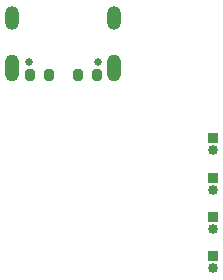
<source format=gbr>
%TF.GenerationSoftware,KiCad,Pcbnew,9.0.6*%
%TF.CreationDate,2025-12-26T02:16:26-08:00*%
%TF.ProjectId,NVG Monocular,4e564720-4d6f-46e6-9f63-756c61722e6b,rev?*%
%TF.SameCoordinates,Original*%
%TF.FileFunction,Soldermask,Bot*%
%TF.FilePolarity,Negative*%
%FSLAX46Y46*%
G04 Gerber Fmt 4.6, Leading zero omitted, Abs format (unit mm)*
G04 Created by KiCad (PCBNEW 9.0.6) date 2025-12-26 02:16:26*
%MOMM*%
%LPD*%
G01*
G04 APERTURE LIST*
G04 Aperture macros list*
%AMRoundRect*
0 Rectangle with rounded corners*
0 $1 Rounding radius*
0 $2 $3 $4 $5 $6 $7 $8 $9 X,Y pos of 4 corners*
0 Add a 4 corners polygon primitive as box body*
4,1,4,$2,$3,$4,$5,$6,$7,$8,$9,$2,$3,0*
0 Add four circle primitives for the rounded corners*
1,1,$1+$1,$2,$3*
1,1,$1+$1,$4,$5*
1,1,$1+$1,$6,$7*
1,1,$1+$1,$8,$9*
0 Add four rect primitives between the rounded corners*
20,1,$1+$1,$2,$3,$4,$5,0*
20,1,$1+$1,$4,$5,$6,$7,0*
20,1,$1+$1,$6,$7,$8,$9,0*
20,1,$1+$1,$8,$9,$2,$3,0*%
G04 Aperture macros list end*
%ADD10R,0.850000X0.850000*%
%ADD11C,0.850000*%
%ADD12C,0.650000*%
%ADD13O,1.204000X2.304000*%
%ADD14O,1.204000X2.004000*%
%ADD15RoundRect,0.200000X0.200000X0.275000X-0.200000X0.275000X-0.200000X-0.275000X0.200000X-0.275000X0*%
G04 APERTURE END LIST*
D10*
%TO.C,J4*%
X158931600Y-92660000D03*
D11*
X158931600Y-93660000D03*
%TD*%
D10*
%TO.C,N1*%
X158931600Y-95990000D03*
D11*
X158931600Y-96990000D03*
%TD*%
D10*
%TO.C,J1*%
X158931600Y-89330000D03*
D11*
X158931600Y-90330000D03*
%TD*%
D10*
%TO.C,J3*%
X158931600Y-86000000D03*
D11*
X158931600Y-87000000D03*
%TD*%
D12*
%TO.C,J2*%
X149194000Y-79499000D03*
X143414000Y-79499000D03*
D13*
X150624000Y-79999000D03*
X141984000Y-79999000D03*
D14*
X150624000Y-75819000D03*
X141984000Y-75819000D03*
%TD*%
D15*
%TO.C,R3*%
X145097000Y-80645000D03*
X143447000Y-80645000D03*
%TD*%
%TO.C,R1*%
X149161000Y-80645000D03*
X147511000Y-80645000D03*
%TD*%
M02*

</source>
